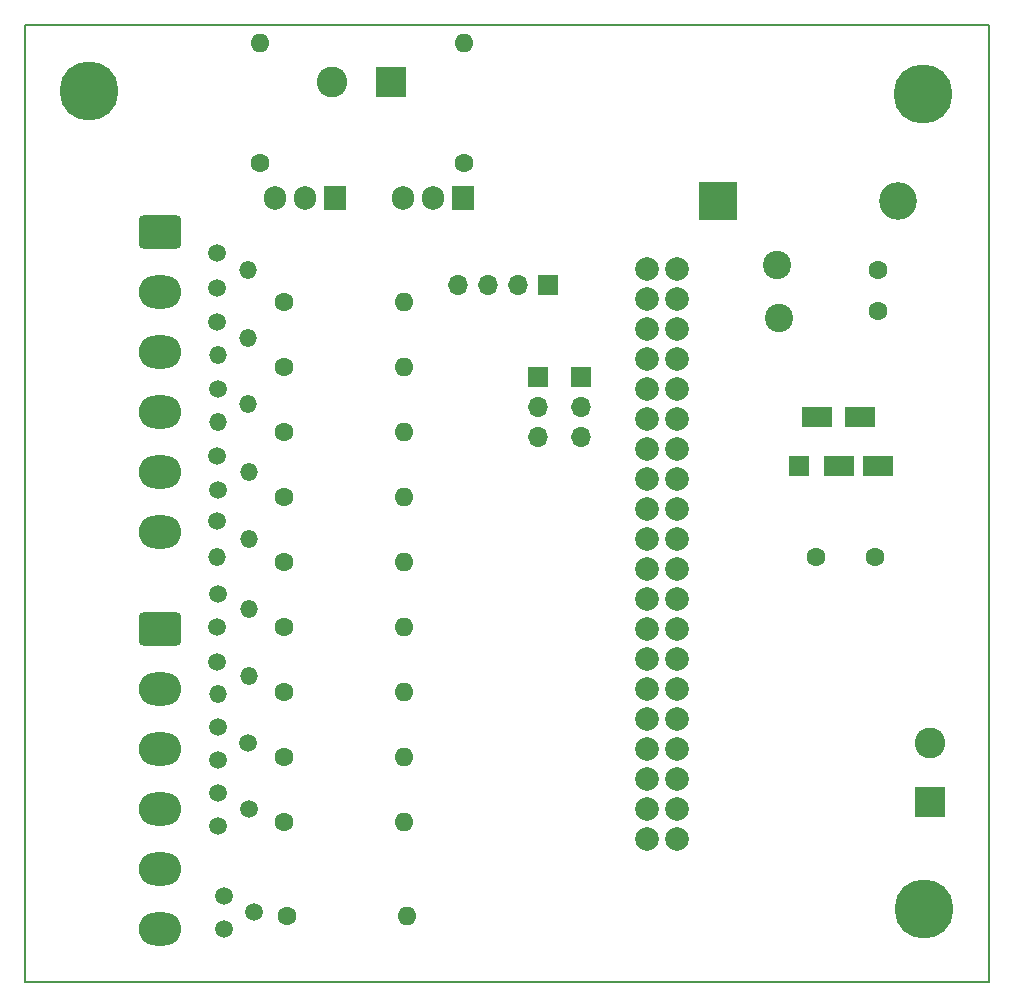
<source format=gbr>
%TF.GenerationSoftware,KiCad,Pcbnew,6.0.11-2627ca5db0~126~ubuntu20.04.1*%
%TF.CreationDate,2023-07-28T15:03:06-03:00*%
%TF.ProjectId,PEF2,50454632-2e6b-4696-9361-645f70636258,rev?*%
%TF.SameCoordinates,Original*%
%TF.FileFunction,Soldermask,Bot*%
%TF.FilePolarity,Negative*%
%FSLAX46Y46*%
G04 Gerber Fmt 4.6, Leading zero omitted, Abs format (unit mm)*
G04 Created by KiCad (PCBNEW 6.0.11-2627ca5db0~126~ubuntu20.04.1) date 2023-07-28 15:03:06*
%MOMM*%
%LPD*%
G01*
G04 APERTURE LIST*
G04 Aperture macros list*
%AMRoundRect*
0 Rectangle with rounded corners*
0 $1 Rounding radius*
0 $2 $3 $4 $5 $6 $7 $8 $9 X,Y pos of 4 corners*
0 Add a 4 corners polygon primitive as box body*
4,1,4,$2,$3,$4,$5,$6,$7,$8,$9,$2,$3,0*
0 Add four circle primitives for the rounded corners*
1,1,$1+$1,$2,$3*
1,1,$1+$1,$4,$5*
1,1,$1+$1,$6,$7*
1,1,$1+$1,$8,$9*
0 Add four rect primitives between the rounded corners*
20,1,$1+$1,$2,$3,$4,$5,0*
20,1,$1+$1,$4,$5,$6,$7,0*
20,1,$1+$1,$6,$7,$8,$9,0*
20,1,$1+$1,$8,$9,$2,$3,0*%
G04 Aperture macros list end*
%TA.AperFunction,Profile*%
%ADD10C,0.200000*%
%TD*%
%ADD11C,1.500000*%
%ADD12O,1.500000X1.500000*%
%ADD13C,5.000000*%
%ADD14R,1.700000X1.700000*%
%ADD15O,1.700000X1.700000*%
%ADD16C,1.600000*%
%ADD17O,1.600000X1.600000*%
%ADD18R,3.200000X3.200000*%
%ADD19O,3.200000X3.200000*%
%ADD20RoundRect,0.336538X-1.463462X1.063462X-1.463462X-1.063462X1.463462X-1.063462X1.463462X1.063462X0*%
%ADD21O,3.600000X2.800000*%
%ADD22C,2.400000*%
%ADD23C,2.000000*%
%ADD24R,2.600000X2.600000*%
%ADD25C,2.600000*%
%ADD26R,1.800000X1.800000*%
%ADD27R,2.500000X1.800000*%
%ADD28R,1.905000X2.000000*%
%ADD29O,1.905000X2.000000*%
G04 APERTURE END LIST*
D10*
X12400000Y-12400000D02*
X94000000Y-12400000D01*
X94000000Y-12400000D02*
X94000000Y-93400000D01*
X94000000Y-93400000D02*
X12400000Y-93400000D01*
X12400000Y-93400000D02*
X12400000Y-12400000D01*
D11*
%TO.C,Q3*%
X28640000Y-48840000D03*
D12*
X31340000Y-50240000D03*
D11*
X28740000Y-51740000D03*
%TD*%
D13*
%TO.C,H1*%
X17800000Y-18000000D03*
%TD*%
D14*
%TO.C,J3*%
X55795000Y-42200000D03*
D15*
X55795000Y-44740000D03*
X55795000Y-47280000D03*
%TD*%
D16*
%TO.C,R5*%
X34320000Y-74326250D03*
D17*
X44480000Y-74326250D03*
%TD*%
D18*
%TO.C,D1*%
X71040000Y-27270000D03*
D19*
X86280000Y-27270000D03*
%TD*%
D16*
%TO.C,R10*%
X34320000Y-63318750D03*
D17*
X44480000Y-63318750D03*
%TD*%
D16*
%TO.C,C2*%
X84600000Y-36590000D03*
X84600000Y-33090000D03*
%TD*%
D20*
%TO.C,J2*%
X23777500Y-63500000D03*
D21*
X23777500Y-68580000D03*
X23777500Y-73660000D03*
X23777500Y-78740000D03*
X23777500Y-83820000D03*
X23777500Y-88900000D03*
%TD*%
D16*
%TO.C,R2*%
X34320000Y-68822500D03*
D17*
X44480000Y-68822500D03*
%TD*%
D13*
%TO.C,H3*%
X88500000Y-87200000D03*
%TD*%
D22*
%TO.C,L1*%
X76170000Y-37210000D03*
X76070000Y-32710000D03*
%TD*%
D16*
%TO.C,R3*%
X34320000Y-79830000D03*
D17*
X44480000Y-79830000D03*
%TD*%
D11*
%TO.C,Q5*%
X29200000Y-86120000D03*
X31800000Y-87520000D03*
X29200000Y-88920000D03*
%TD*%
D23*
%TO.C,J7*%
X65000000Y-33075000D03*
X67540000Y-33075000D03*
X65000000Y-35615000D03*
X67540000Y-35615000D03*
X65000000Y-38155000D03*
X67540000Y-38155000D03*
X65000000Y-40695000D03*
X67540000Y-40695000D03*
X65000000Y-43235000D03*
X67540000Y-43235000D03*
X65000000Y-45775000D03*
X67540000Y-45775000D03*
X65000000Y-48315000D03*
X67540000Y-48315000D03*
X65000000Y-50855000D03*
X67540000Y-50855000D03*
X65000000Y-53395000D03*
X67540000Y-53395000D03*
X65000000Y-55935000D03*
X67540000Y-55935000D03*
X65000000Y-58475000D03*
X67540000Y-58475000D03*
X65000000Y-61015000D03*
X67540000Y-61015000D03*
X65000000Y-63555000D03*
X67540000Y-63555000D03*
X65000000Y-66095000D03*
X67540000Y-66095000D03*
X65000000Y-68635000D03*
X67540000Y-68635000D03*
X65000000Y-71175000D03*
X67540000Y-71175000D03*
X65000000Y-73715000D03*
X67540000Y-73715000D03*
X65000000Y-76255000D03*
X67540000Y-76255000D03*
X65000000Y-78795000D03*
X67540000Y-78795000D03*
X65000000Y-81335000D03*
X67540000Y-81335000D03*
%TD*%
D16*
%TO.C,R9*%
X34320000Y-41303750D03*
D17*
X44480000Y-41303750D03*
%TD*%
D16*
%TO.C,R7*%
X34320000Y-35800000D03*
D17*
X44480000Y-35800000D03*
%TD*%
D24*
%TO.C,J6*%
X89000000Y-78200000D03*
D25*
X89000000Y-73200000D03*
%TD*%
D11*
%TO.C,Q4*%
X28740000Y-71830000D03*
X31240000Y-73200000D03*
X28740000Y-74630000D03*
%TD*%
D26*
%TO.C,U2*%
X77880000Y-49700000D03*
D27*
X79405000Y-45575000D03*
X81280000Y-49700000D03*
X83030000Y-45575000D03*
X84630000Y-49700000D03*
%TD*%
D11*
%TO.C,Q2*%
X28740000Y-77430000D03*
X31340000Y-78800000D03*
X28740000Y-80230000D03*
%TD*%
D20*
%TO.C,J1*%
X23777500Y-29900000D03*
D21*
X23777500Y-34980000D03*
X23777500Y-40060000D03*
X23777500Y-45140000D03*
X23777500Y-50220000D03*
X23777500Y-55300000D03*
%TD*%
D11*
%TO.C,Q6*%
X28640000Y-31730000D03*
D12*
X31240000Y-33130000D03*
D11*
X28640000Y-34630000D03*
%TD*%
%TO.C,Q7*%
X28640000Y-54400000D03*
D12*
X31340000Y-55900000D03*
X28640000Y-57400000D03*
%TD*%
D16*
%TO.C,R1*%
X49500000Y-24100000D03*
D17*
X49500000Y-13940000D03*
%TD*%
D24*
%TO.C,J8*%
X43400000Y-17195000D03*
D25*
X38400000Y-17195000D03*
%TD*%
D14*
%TO.C,J4*%
X59475000Y-42200000D03*
D15*
X59475000Y-44740000D03*
X59475000Y-47280000D03*
%TD*%
D11*
%TO.C,Q1*%
X28640000Y-66330000D03*
D12*
X31340000Y-67530000D03*
X28740000Y-69030000D03*
%TD*%
D11*
%TO.C,Q8*%
X28640000Y-37500000D03*
D12*
X31240000Y-38900000D03*
X28740000Y-40300000D03*
%TD*%
D13*
%TO.C,H2*%
X88400000Y-18200000D03*
%TD*%
D16*
%TO.C,R6*%
X34520000Y-87800000D03*
D17*
X44680000Y-87800000D03*
%TD*%
D16*
%TO.C,R8*%
X34320000Y-57815000D03*
D17*
X44480000Y-57815000D03*
%TD*%
D16*
%TO.C,R4*%
X34320000Y-52311250D03*
D17*
X44480000Y-52311250D03*
%TD*%
D28*
%TO.C,U3*%
X38640000Y-27055000D03*
D29*
X36100000Y-27055000D03*
X33560000Y-27055000D03*
%TD*%
D16*
%TO.C,C1*%
X79340000Y-57400000D03*
X84340000Y-57400000D03*
%TD*%
%TO.C,R12*%
X32300000Y-24100000D03*
D17*
X32300000Y-13940000D03*
%TD*%
D11*
%TO.C,Q9*%
X28740000Y-60560000D03*
D12*
X31340000Y-61860000D03*
D11*
X28640000Y-63360000D03*
%TD*%
D14*
%TO.C,J5*%
X56675000Y-34400000D03*
D15*
X54135000Y-34400000D03*
X51595000Y-34400000D03*
X49055000Y-34400000D03*
%TD*%
D16*
%TO.C,R11*%
X34320000Y-46807500D03*
D17*
X44480000Y-46807500D03*
%TD*%
D11*
%TO.C,Q10*%
X28740000Y-43170000D03*
D12*
X31240000Y-44470000D03*
X28740000Y-45970000D03*
%TD*%
D28*
%TO.C,U1*%
X49440000Y-27055000D03*
D29*
X46900000Y-27055000D03*
X44360000Y-27055000D03*
%TD*%
M02*

</source>
